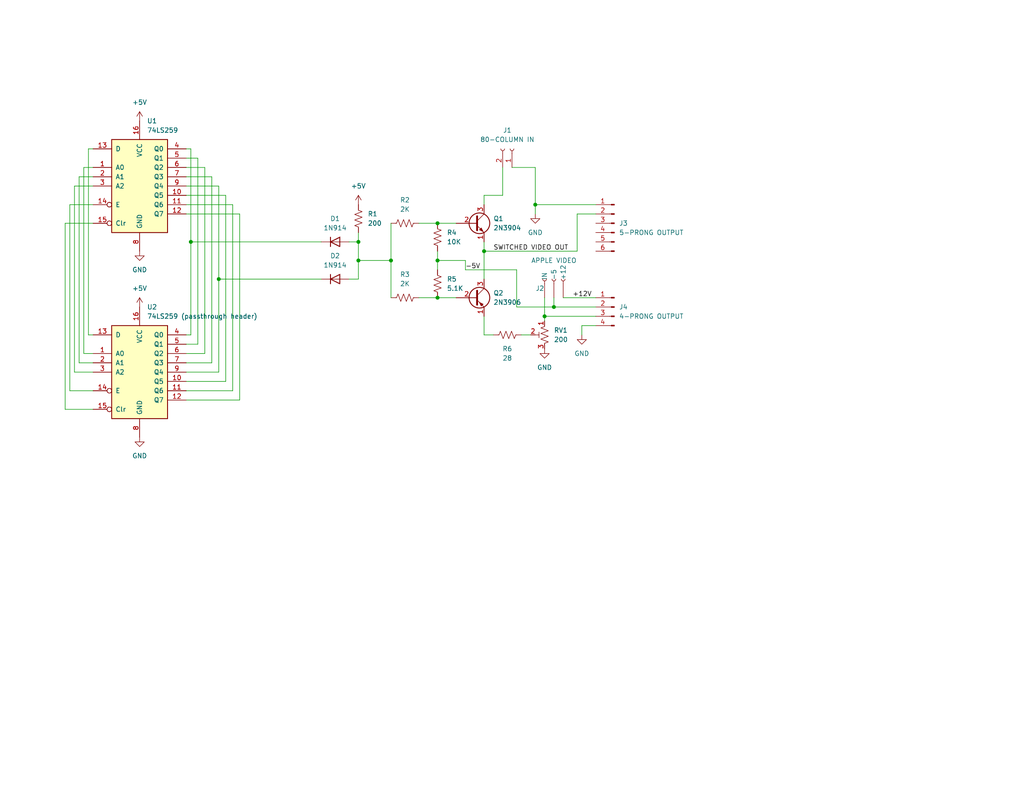
<source format=kicad_sch>
(kicad_sch (version 20211123) (generator eeschema)
  (paper "USLetter")
  (lib_symbols
    (symbol "74xx:74LS259" (pin_names (offset 1.016))
      (property "Reference" "U" (at -7.62 13.97 0))
      (property "Value" "74LS259" (at -7.62 -13.97 0))
      (symbol "74LS259_1_0"
        (pin input line (at -12.7 5.08 0) (length 5.08) (name "A0") (number "1"))
        (pin output line (at 12.7 -2.54 180) (length 5.08) (name "Q5") (number "10"))
        (pin output line (at 12.7 -5.08 180) (length 5.08) (name "Q6") (number "11"))
        (pin output line (at 12.7 -7.62 180) (length 5.08) (name "Q7") (number "12"))
        (pin input line (at -12.7 10.16 0) (length 5.08) (name "D") (number "13"))
        (pin input inverted (at -12.7 -5.08 0) (length 5.08) (name "E") (number "14"))
        (pin input inverted (at -12.7 -10.16 0) (length 5.08) (name "Clr") (number "15"))
        (pin power_in line (at 0 17.78 270) (length 5.08) (name "VCC") (number "16"))
        (pin input line (at -12.7 2.54 0) (length 5.08) (name "A1") (number "2"))
        (pin input line (at -12.7 0 0) (length 5.08) (name "A2") (number "3"))
        (pin output line (at 12.7 10.16 180) (length 5.08) (name "Q0") (number "4"))
        (pin output line (at 12.7 7.62 180) (length 5.08) (name "Q1") (number "5"))
        (pin output line (at 12.7 5.08 180) (length 5.08) (name "Q2") (number "6"))
        (pin output line (at 12.7 2.54 180) (length 5.08) (name "Q3") (number "7"))
        (pin power_in line (at 0 -17.78 90) (length 5.08) (name "GND") (number "8"))
        (pin output line (at 12.7 0 180) (length 5.08) (name "Q4") (number "9"))
      )
      (symbol "74LS259_1_1"
        (rectangle (start -7.62 12.7) (end 7.62 -12.7) (stroke (width 0.254)) (fill (type background)))
      )
    )
    (symbol "Connector:Conn_01x02_Female" (pin_names (offset 1.016) hide)
      (property "Reference" "J" (at 0 2.54 0))
      (property "Value" "Conn_01x02_Female" (at 0 -5.08 0))
      (symbol "Conn_01x02_Female_1_1"
        (arc (start 0 -2.032) (mid -0.508 -2.54) (end 0 -3.048) (stroke (width 0.1524)))
        (polyline (pts (xy -1.27 -2.54) (xy -0.508 -2.54)) (stroke (width 0.1524)))
        (polyline (pts (xy -1.27 0) (xy -0.508 0)) (stroke (width 0.1524)))
        (arc (start 0 0.508) (mid -0.508 0) (end 0 -0.508) (stroke (width 0.1524)))
        (pin passive line (at -5.08 0 0) (length 3.81) (name "Pin_1") (number "1"))
        (pin passive line (at -5.08 -2.54 0) (length 3.81) (name "Pin_2") (number "2"))
      )
    )
    (symbol "Connector:Conn_01x03_Female" (pin_numbers hide) (pin_names (offset 1.016))
      (property "Reference" "J2" (at 0 5.08 90))
      (property "Value" "APPLE VIDEO IN" (at 0 2.54 90))
      (symbol "Conn_01x03_Female_1_1"
        (arc (start 0 -2.032) (mid -0.508 -2.54) (end 0 -3.048) (stroke (width 0.1524)))
        (polyline (pts (xy -1.27 -2.54) (xy -0.508 -2.54)) (stroke (width 0.1524)))
        (polyline (pts (xy -1.27 0) (xy -0.508 0)) (stroke (width 0.1524)))
        (polyline (pts (xy -1.27 2.54) (xy -0.508 2.54)) (stroke (width 0.1524)))
        (arc (start 0 0.508) (mid -0.508 0) (end 0 -0.508) (stroke (width 0.1524)))
        (arc (start 0 3.048) (mid -0.508 2.54) (end 0 2.032) (stroke (width 0.1524)))
        (pin passive line (at -5.08 2.54 0) (length 3.81) (name "IN") (number "1"))
        (pin passive line (at -5.08 0 0) (length 3.81) (name "-5") (number "2"))
        (pin passive line (at -5.08 -2.54 0) (length 3.81) (name "+12") (number "3"))
      )
    )
    (symbol "Connector:Conn_01x04_Male" (pin_names (offset 1.016) hide)
      (property "Reference" "J" (at 0 5.08 0))
      (property "Value" "Conn_01x04_Male" (at 0 -7.62 0))
      (symbol "Conn_01x04_Male_1_1"
        (polyline (pts (xy 1.27 -5.08) (xy 0.8636 -5.08)) (stroke (width 0.1524)))
        (polyline (pts (xy 1.27 -2.54) (xy 0.8636 -2.54)) (stroke (width 0.1524)))
        (polyline (pts (xy 1.27 0) (xy 0.8636 0)) (stroke (width 0.1524)))
        (polyline (pts (xy 1.27 2.54) (xy 0.8636 2.54)) (stroke (width 0.1524)))
        (rectangle (start 0.8636 -4.953) (end 0 -5.207) (stroke (width 0.1524)) (fill (type outline)))
        (rectangle (start 0.8636 -2.413) (end 0 -2.667) (stroke (width 0.1524)) (fill (type outline)))
        (rectangle (start 0.8636 0.127) (end 0 -0.127) (stroke (width 0.1524)) (fill (type outline)))
        (rectangle (start 0.8636 2.667) (end 0 2.413) (stroke (width 0.1524)) (fill (type outline)))
        (pin passive line (at 5.08 2.54 180) (length 3.81) (name "Pin_1") (number "1"))
        (pin passive line (at 5.08 0 180) (length 3.81) (name "Pin_2") (number "2"))
        (pin passive line (at 5.08 -2.54 180) (length 3.81) (name "Pin_3") (number "3"))
        (pin passive line (at 5.08 -5.08 180) (length 3.81) (name "Pin_4") (number "4"))
      )
    )
    (symbol "Connector:Conn_01x06_Male" (pin_names (offset 1.016) hide)
      (property "Reference" "J" (at 0 7.62 0))
      (property "Value" "Conn_01x06_Male" (at 0 -10.16 0))
      (symbol "Conn_01x06_Male_1_1"
        (polyline (pts (xy 1.27 -7.62) (xy 0.8636 -7.62)) (stroke (width 0.1524)))
        (polyline (pts (xy 1.27 -5.08) (xy 0.8636 -5.08)) (stroke (width 0.1524)))
        (polyline (pts (xy 1.27 -2.54) (xy 0.8636 -2.54)) (stroke (width 0.1524)))
        (polyline (pts (xy 1.27 0) (xy 0.8636 0)) (stroke (width 0.1524)))
        (polyline (pts (xy 1.27 2.54) (xy 0.8636 2.54)) (stroke (width 0.1524)))
        (polyline (pts (xy 1.27 5.08) (xy 0.8636 5.08)) (stroke (width 0.1524)))
        (rectangle (start 0.8636 -7.493) (end 0 -7.747) (stroke (width 0.1524)) (fill (type outline)))
        (rectangle (start 0.8636 -4.953) (end 0 -5.207) (stroke (width 0.1524)) (fill (type outline)))
        (rectangle (start 0.8636 -2.413) (end 0 -2.667) (stroke (width 0.1524)) (fill (type outline)))
        (rectangle (start 0.8636 0.127) (end 0 -0.127) (stroke (width 0.1524)) (fill (type outline)))
        (rectangle (start 0.8636 2.667) (end 0 2.413) (stroke (width 0.1524)) (fill (type outline)))
        (rectangle (start 0.8636 5.207) (end 0 4.953) (stroke (width 0.1524)) (fill (type outline)))
        (pin passive line (at 5.08 5.08 180) (length 3.81) (name "Pin_1") (number "1"))
        (pin passive line (at 5.08 2.54 180) (length 3.81) (name "Pin_2") (number "2"))
        (pin passive line (at 5.08 0 180) (length 3.81) (name "Pin_3") (number "3"))
        (pin passive line (at 5.08 -2.54 180) (length 3.81) (name "Pin_4") (number "4"))
        (pin passive line (at 5.08 -5.08 180) (length 3.81) (name "Pin_5") (number "5"))
        (pin passive line (at 5.08 -7.62 180) (length 3.81) (name "Pin_6") (number "6"))
      )
    )
    (symbol "Device:R_Potentiometer_Trim_US" (pin_names (offset 1.016) hide)
      (property "Reference" "RV" (at -4.445 0 90))
      (property "Value" "R_Potentiometer_Trim_US" (at -2.54 0 90))
      (symbol "R_Potentiometer_Trim_US_0_1"
        (polyline (pts (xy 0 -2.286) (xy 0 -2.54)))
        (polyline (pts (xy 0 2.286) (xy 0 2.54)))
        (polyline (pts (xy 1.524 0.762) (xy 1.524 -0.762)))
        (polyline (pts (xy 2.54 0) (xy 1.524 0)))
        (polyline (pts (xy 0 -0.762) (xy 1.016 -1.143) (xy 0 -1.524) (xy -1.016 -1.905) (xy 0 -2.286)))
        (polyline (pts (xy 0 0.762) (xy 1.016 0.381) (xy 0 0) (xy -1.016 -0.381) (xy 0 -0.762)))
        (polyline (pts (xy 0 2.286) (xy 1.016 1.905) (xy 0 1.524) (xy -1.016 1.143) (xy 0 0.762)))
      )
      (symbol "R_Potentiometer_Trim_US_1_1"
        (pin passive line (at 0 3.81 270) (length 1.27) (name "1") (number "1"))
        (pin passive line (at 3.81 0 180) (length 1.27) (name "2") (number "2"))
        (pin passive line (at 0 -3.81 90) (length 1.27) (name "3") (number "3"))
      )
    )
    (symbol "Device:R_US" (pin_numbers hide) (pin_names (offset 0))
      (property "Reference" "R" (at 2.54 0 90))
      (property "Value" "R_US" (at -2.54 0 90))
      (symbol "R_US_0_1"
        (polyline (pts (xy 0 -2.286) (xy 0 -2.54)))
        (polyline (pts (xy 0 2.286) (xy 0 2.54)))
        (polyline (pts (xy 0 -0.762) (xy 1.016 -1.143) (xy 0 -1.524) (xy -1.016 -1.905) (xy 0 -2.286)))
        (polyline (pts (xy 0 0.762) (xy 1.016 0.381) (xy 0 0) (xy -1.016 -0.381) (xy 0 -0.762)))
        (polyline (pts (xy 0 2.286) (xy 1.016 1.905) (xy 0 1.524) (xy -1.016 1.143) (xy 0 0.762)))
      )
      (symbol "R_US_1_1"
        (pin passive line (at 0 3.81 270) (length 1.27) (name "~") (number "1"))
        (pin passive line (at 0 -3.81 90) (length 1.27) (name "~") (number "2"))
      )
    )
    (symbol "Diode:1N914" (pin_numbers hide) (pin_names (offset 1.016) hide)
      (property "Reference" "D" (at 0 2.54 0))
      (property "Value" "1N914" (at 0 -2.54 0))
      (symbol "1N914_0_1"
        (polyline (pts (xy -1.27 1.27) (xy -1.27 -1.27)) (stroke (width 0.254)))
        (polyline (pts (xy 1.27 0) (xy -1.27 0)))
        (polyline (pts (xy 1.27 1.27) (xy 1.27 -1.27) (xy -1.27 0) (xy 1.27 1.27)) (stroke (width 0.254)))
      )
      (symbol "1N914_1_1"
        (pin passive line (at -3.81 0 0) (length 2.54) (name "K") (number "1"))
        (pin passive line (at 3.81 0 180) (length 2.54) (name "A") (number "2"))
      )
    )
    (symbol "Transistor_BJT:2N3904" (pin_names (offset 0) hide)
      (property "Reference" "Q" (at 5.08 1.905 0))
      (property "Value" "2N3904" (at 5.08 0 0))
      (symbol "2N3904_0_1"
        (polyline (pts (xy 0.635 0.635) (xy 2.54 2.54)))
        (polyline (pts (xy 0.635 -0.635) (xy 2.54 -2.54) (xy 2.54 -2.54)))
        (polyline (pts (xy 0.635 1.905) (xy 0.635 -1.905) (xy 0.635 -1.905)) (stroke (width 0.508)))
        (polyline (pts (xy 1.27 -1.778) (xy 1.778 -1.27) (xy 2.286 -2.286) (xy 1.27 -1.778) (xy 1.27 -1.778)) (fill (type outline)))
        (circle (center 1.27 0) (radius 2.8194) (stroke (width 0.254)))
      )
      (symbol "2N3904_1_1"
        (pin passive line (at 2.54 -5.08 90) (length 2.54) (name "E") (number "1"))
        (pin passive line (at -5.08 0 0) (length 5.715) (name "B") (number "2"))
        (pin passive line (at 2.54 5.08 270) (length 2.54) (name "C") (number "3"))
      )
    )
    (symbol "Transistor_BJT:2N3906" (pin_names (offset 0) hide)
      (property "Reference" "Q" (at 5.08 1.905 0))
      (property "Value" "2N3906" (at 5.08 0 0))
      (symbol "2N3906_0_1"
        (polyline (pts (xy 0.635 0.635) (xy 2.54 2.54)))
        (polyline (pts (xy 0.635 -0.635) (xy 2.54 -2.54) (xy 2.54 -2.54)))
        (polyline (pts (xy 0.635 1.905) (xy 0.635 -1.905) (xy 0.635 -1.905)) (stroke (width 0.508)))
        (polyline (pts (xy 2.286 -1.778) (xy 1.778 -2.286) (xy 1.27 -1.27) (xy 2.286 -1.778) (xy 2.286 -1.778)) (fill (type outline)))
        (circle (center 1.27 0) (radius 2.8194) (stroke (width 0.254)))
      )
      (symbol "2N3906_1_1"
        (pin passive line (at 2.54 -5.08 90) (length 2.54) (name "E") (number "1"))
        (pin input line (at -5.08 0 0) (length 5.715) (name "B") (number "2"))
        (pin passive line (at 2.54 5.08 270) (length 2.54) (name "C") (number "3"))
      )
    )
    (symbol "power:+5V" (power) (pin_names (offset 0))
      (property "Value" "+5V" (at 0 3.556 0))
      (symbol "+5V_0_1"
        (polyline (pts (xy -0.762 1.27) (xy 0 2.54)))
        (polyline (pts (xy 0 0) (xy 0 2.54)))
        (polyline (pts (xy 0 2.54) (xy 0.762 1.27)))
      )
      (symbol "+5V_1_1"
        (pin power_in line (at 0 0 90) (length 0) hide (name "+5V") (number "1"))
      )
    )
    (symbol "power:GND" (power) (pin_names (offset 0))
      (property "Value" "GND" (at 0 -3.81 0))
      (symbol "GND_0_1"
        (polyline (pts (xy 0 0) (xy 0 -1.27) (xy 1.27 -1.27) (xy 0 -2.54) (xy -1.27 -1.27) (xy 0 -1.27)))
      )
      (symbol "GND_1_1"
        (pin power_in line (at 0 0 270) (length 0) hide (name "GND") (number "1"))
      )
    )
  )
  (junction (at 132.08 68.58))
  (junction (at 119.38 81.28))
  (junction (at 106.68 71.12))
  (junction (at 97.79 71.12))
  (junction (at 146.05 55.88))
  (junction (at 59.69 76.2))
  (junction (at 148.59 86.36))
  (junction (at 119.38 60.96))
  (junction (at 52.07 66.04))
  (junction (at 119.38 71.12))
  (junction (at 151.13 83.82))
  (junction (at 97.79 66.04))
  (wire (pts (xy 25.4 99.06) (xy 21.59 99.06)))
  (wire (pts (xy 97.79 66.04) (xy 97.79 71.12)))
  (wire (pts (xy 55.88 45.72) (xy 50.8 45.72)))
  (wire (pts (xy 50.8 101.6) (xy 59.69 101.6)))
  (wire (pts (xy 61.595 104.14) (xy 50.8 104.14)))
  (wire (pts (xy 127 73.66) (xy 127 71.12)))
  (wire (pts (xy 137.16 45.72) (xy 137.16 53.34)))
  (wire (pts (xy 95.25 66.04) (xy 97.79 66.04)))
  (wire (pts (xy 106.68 60.96) (xy 106.68 71.12)))
  (wire (pts (xy 50.8 53.34) (xy 61.595 53.34)))
  (wire (pts (xy 140.97 83.82) (xy 140.97 73.66)))
  (wire (pts (xy 106.68 71.12) (xy 106.68 81.28)))
  (wire (pts (xy 119.38 81.28) (xy 124.46 81.28)))
  (wire (pts (xy 19.05 55.88) (xy 25.4 55.88)))
  (wire (pts (xy 57.785 99.06) (xy 50.8 99.06)))
  (wire (pts (xy 158.75 88.9) (xy 158.75 91.44)))
  (wire (pts (xy 17.78 111.76) (xy 25.4 111.76)))
  (wire (pts (xy 22.86 96.52) (xy 25.4 96.52)))
  (wire (pts (xy 57.785 48.26) (xy 57.785 99.06)))
  (wire (pts (xy 153.67 81.28) (xy 162.56 81.28)))
  (wire (pts (xy 61.595 53.34) (xy 61.595 104.14)))
  (wire (pts (xy 151.13 81.28) (xy 151.13 83.82)))
  (wire (pts (xy 132.08 68.58) (xy 157.48 68.58)))
  (wire (pts (xy 25.4 60.96) (xy 17.78 60.96)))
  (wire (pts (xy 50.8 106.68) (xy 63.5 106.68)))
  (wire (pts (xy 140.97 73.66) (xy 127 73.66)))
  (wire (pts (xy 25.4 45.72) (xy 22.86 45.72)))
  (wire (pts (xy 53.975 93.98) (xy 53.975 43.18)))
  (wire (pts (xy 127 71.12) (xy 119.38 71.12)))
  (wire (pts (xy 106.68 71.12) (xy 97.79 71.12)))
  (wire (pts (xy 59.69 76.2) (xy 59.69 50.8)))
  (wire (pts (xy 52.07 40.64) (xy 50.8 40.64)))
  (wire (pts (xy 52.07 66.04) (xy 52.07 40.64)))
  (wire (pts (xy 59.69 50.8) (xy 50.8 50.8)))
  (wire (pts (xy 97.79 76.2) (xy 97.79 71.12)))
  (wire (pts (xy 63.5 55.88) (xy 50.8 55.88)))
  (wire (pts (xy 119.38 60.96) (xy 124.46 60.96)))
  (wire (pts (xy 157.48 68.58) (xy 157.48 58.42)))
  (wire (pts (xy 25.4 50.8) (xy 20.32 50.8)))
  (wire (pts (xy 139.7 45.72) (xy 146.05 45.72)))
  (wire (pts (xy 22.86 45.72) (xy 22.86 96.52)))
  (wire (pts (xy 52.07 91.44) (xy 52.07 66.04)))
  (wire (pts (xy 148.59 86.36) (xy 148.59 87.63)))
  (wire (pts (xy 132.08 53.34) (xy 132.08 55.88)))
  (wire (pts (xy 25.4 40.64) (xy 24.13 40.64)))
  (wire (pts (xy 53.975 43.18) (xy 50.8 43.18)))
  (wire (pts (xy 97.79 63.5) (xy 97.79 66.04)))
  (wire (pts (xy 144.78 91.44) (xy 142.24 91.44)))
  (wire (pts (xy 146.05 45.72) (xy 146.05 55.88)))
  (wire (pts (xy 114.3 81.28) (xy 119.38 81.28)))
  (wire (pts (xy 21.59 48.26) (xy 25.4 48.26)))
  (wire (pts (xy 24.13 91.44) (xy 25.4 91.44)))
  (wire (pts (xy 50.8 93.98) (xy 53.975 93.98)))
  (wire (pts (xy 63.5 106.68) (xy 63.5 55.88)))
  (wire (pts (xy 65.405 109.22) (xy 50.8 109.22)))
  (wire (pts (xy 119.38 71.12) (xy 119.38 68.58)))
  (wire (pts (xy 132.08 68.58) (xy 132.08 76.2)))
  (wire (pts (xy 157.48 58.42) (xy 162.56 58.42)))
  (wire (pts (xy 59.69 101.6) (xy 59.69 76.2)))
  (wire (pts (xy 95.25 76.2) (xy 97.79 76.2)))
  (wire (pts (xy 17.78 60.96) (xy 17.78 111.76)))
  (wire (pts (xy 21.59 99.06) (xy 21.59 48.26)))
  (wire (pts (xy 162.56 83.82) (xy 151.13 83.82)))
  (wire (pts (xy 52.07 66.04) (xy 87.63 66.04)))
  (wire (pts (xy 132.08 66.04) (xy 132.08 68.58)))
  (wire (pts (xy 148.59 86.36) (xy 162.56 86.36)))
  (wire (pts (xy 55.88 96.52) (xy 55.88 45.72)))
  (wire (pts (xy 132.08 91.44) (xy 132.08 86.36)))
  (wire (pts (xy 148.59 81.28) (xy 148.59 86.36)))
  (wire (pts (xy 137.16 53.34) (xy 132.08 53.34)))
  (wire (pts (xy 50.8 91.44) (xy 52.07 91.44)))
  (wire (pts (xy 134.62 91.44) (xy 132.08 91.44)))
  (wire (pts (xy 151.13 83.82) (xy 140.97 83.82)))
  (wire (pts (xy 146.05 55.88) (xy 162.56 55.88)))
  (wire (pts (xy 50.8 96.52) (xy 55.88 96.52)))
  (wire (pts (xy 25.4 106.68) (xy 19.05 106.68)))
  (wire (pts (xy 50.8 58.42) (xy 65.405 58.42)))
  (wire (pts (xy 50.8 48.26) (xy 57.785 48.26)))
  (wire (pts (xy 114.3 60.96) (xy 119.38 60.96)))
  (wire (pts (xy 19.05 106.68) (xy 19.05 55.88)))
  (wire (pts (xy 146.05 58.42) (xy 146.05 55.88)))
  (wire (pts (xy 20.32 101.6) (xy 25.4 101.6)))
  (wire (pts (xy 24.13 40.64) (xy 24.13 91.44)))
  (wire (pts (xy 158.75 88.9) (xy 162.56 88.9)))
  (wire (pts (xy 119.38 73.66) (xy 119.38 71.12)))
  (wire (pts (xy 59.69 76.2) (xy 87.63 76.2)))
  (wire (pts (xy 65.405 58.42) (xy 65.405 109.22)))
  (wire (pts (xy 20.32 50.8) (xy 20.32 101.6)))
  (label "-5V" (at 127 73.66 0))
  (label "SWITCHED VIDEO OUT" (at 134.62 68.58 0))
  (label "+12V" (at 156.21 81.28 0))
  (symbol (lib_id "Connector:Conn_01x06_Male") (at 167.64 60.96 0) (mirror y) (unit 1)
    (property "Reference" "J3" (at 168.91 60.9599 0) (effects (justify right)))
    (property "Value" "5-PRONG OUTPUT" (at 168.91 63.4999 0) (effects (justify right)))
    (property "Footprint" "Connector_PinHeader_2.54mm:PinHeader_1x06_P2.54mm_Vertical" (effects hide))
  )
  (symbol (lib_id "Device:R_US") (at 119.38 77.47 0) (unit 1)
    (property "Reference" "R5" (at 121.92 76.1999 0) (effects (justify left)))
    (property "Value" "5.1K" (at 121.92 78.7399 0) (effects (justify left)))
    (property "Footprint" "Resistor_THT:R_Axial_DIN0207_L6.3mm_D2.5mm_P10.16mm_Horizontal" (effects hide))
  )
  (symbol (lib_id "power:GND") (at 38.1 119.38 0) (mirror y) (unit 1)
    (property "Reference" "#PWR0104" (effects hide))
    (property "Value" "GND" (at 38.1 124.46 0))
  )
  (symbol (lib_id "Connector:Conn_01x03_Female") (at 151.13 76.2 90) (unit 1)
    (property "Reference" "J2" (at 147.32 78.74 90))
    (property "Value" "APPLE VIDEO" (at 151.13 71.12 90))
    (property "Footprint" "Connector_PinHeader_2.54mm:PinHeader_1x03_P2.54mm_Vertical" (effects hide))
  )
  (symbol (lib_id "Diode:1N914") (at 91.44 66.04 0) (unit 1)
    (property "Reference" "D1" (at 91.44 59.69 0))
    (property "Value" "1N914" (at 91.44 62.23 0))
    (property "Footprint" "Diode_THT:D_DO-35_SOD27_P10.16mm_Horizontal" (effects hide))
    (property "Datasheet" "http://www.vishay.com/docs/85622/1n914.pdf" (effects hide))
  )
  (symbol (lib_id "Device:R_US") (at 97.79 59.69 180) (unit 1)
    (property "Reference" "R1" (at 100.33 58.4199 0) (effects (justify right)))
    (property "Value" "200" (at 100.33 60.9599 0) (effects (justify right)))
    (property "Footprint" "Resistor_THT:R_Axial_DIN0207_L6.3mm_D2.5mm_P10.16mm_Horizontal" (effects hide))
  )
  (symbol (lib_id "Device:R_US") (at 110.49 60.96 90) (unit 1)
    (property "Reference" "R2" (at 110.49 54.61 90))
    (property "Value" "2K" (at 110.49 57.15 90))
    (property "Footprint" "Resistor_THT:R_Axial_DIN0207_L6.3mm_D2.5mm_P10.16mm_Horizontal" (effects hide))
  )
  (symbol (lib_id "Device:R_US") (at 110.49 81.28 90) (unit 1)
    (property "Reference" "R3" (at 110.49 74.93 90))
    (property "Value" "2K" (at 110.49 77.47 90))
    (property "Footprint" "Resistor_THT:R_Axial_DIN0207_L6.3mm_D2.5mm_P10.16mm_Horizontal" (effects hide))
  )
  (symbol (lib_id "Device:R_Potentiometer_Trim_US") (at 148.59 91.44 0) (mirror y) (unit 1)
    (property "Reference" "RV1" (at 151.13 90.1699 0) (effects (justify right)))
    (property "Value" "200" (at 151.13 92.7099 0) (effects (justify right)))
    (property "Footprint" "Potentiometer_THT:Potentiometer_Bourns_3339H_Vertical" (effects hide))
  )
  (symbol (lib_id "Transistor_BJT:2N3906") (at 129.54 81.28 0) (unit 1)
    (property "Reference" "Q2" (at 134.62 80.0099 0) (effects (justify left)))
    (property "Value" "2N3906" (at 134.62 82.5499 0) (effects (justify left)))
    (property "Footprint" "MyTransistor:TO-92_oldstyle" (effects hide))
    (property "Datasheet" "https://www.onsemi.com/pub/Collateral/2N3906-D.PDF" (effects hide))
  )
  (symbol (lib_id "Diode:1N914") (at 91.44 76.2 0) (unit 1)
    (property "Reference" "D2" (at 91.44 69.85 0))
    (property "Value" "1N914" (at 91.44 72.39 0))
    (property "Footprint" "Diode_THT:D_DO-35_SOD27_P10.16mm_Horizontal" (effects hide))
    (property "Datasheet" "http://www.vishay.com/docs/85622/1n914.pdf" (effects hide))
  )
  (symbol (lib_id "74xx:74LS259") (at 38.1 101.6 0) (unit 1)
    (property "Reference" "U2" (at 40.1194 83.82 0) (effects (justify left)))
    (property "Value" "74LS259 (passthrough header)" (at 40.1194 86.36 0) (effects (justify left)))
    (property "Footprint" "Package_DIP:DIP-16_W7.62mm" (effects hide))
    (property "Datasheet" "http://www.ti.com/lit/gpn/sn74LS259" (effects hide))
  )
  (symbol (lib_id "Connector:Conn_01x02_Female") (at 139.7 40.64 270) (mirror x) (unit 1)
    (property "Reference" "J1" (at 138.43 35.56 90))
    (property "Value" "80-COLUMN IN" (at 138.43 38.1 90))
    (property "Footprint" "Connector_PinHeader_2.54mm:PinHeader_1x02_P2.54mm_Vertical" (effects hide))
  )
  (symbol (lib_id "74xx:74LS259") (at 38.1 50.8 0) (unit 1)
    (property "Reference" "U1" (at 40.1194 33.02 0) (effects (justify left)))
    (property "Value" "74LS259" (at 40.1194 35.56 0) (effects (justify left)))
    (property "Footprint" "Package_DIP:DIP-16_W7.62mm_Socket" (effects hide))
    (property "Datasheet" "http://www.ti.com/lit/gpn/sn74LS259" (effects hide))
  )
  (symbol (lib_id "power:GND") (at 38.1 68.58 0) (mirror y) (unit 1)
    (property "Reference" "#PWR0103" (effects hide))
    (property "Value" "GND" (at 38.1 73.66 0))
  )
  (symbol (lib_id "power:GND") (at 158.75 91.44 0) (mirror y) (unit 1)
    (property "Reference" "#PWR0107" (effects hide))
    (property "Value" "GND" (at 158.75 96.52 0))
  )
  (symbol (lib_id "power:+5V") (at 38.1 83.82 0) (unit 1)
    (property "Reference" "#PWR0102" (effects hide))
    (property "Value" "+5V" (at 38.1 78.74 0))
  )
  (symbol (lib_id "power:GND") (at 146.05 58.42 0) (unit 1)
    (property "Reference" "#PWR0106" (effects hide))
    (property "Value" "GND" (at 146.05 63.5 0))
  )
  (symbol (lib_id "Device:R_US") (at 138.43 91.44 270) (unit 1)
    (property "Reference" "R6" (at 138.43 95.25 90))
    (property "Value" "28" (at 138.43 97.79 90))
    (property "Footprint" "Resistor_THT:R_Axial_DIN0207_L6.3mm_D2.5mm_P10.16mm_Horizontal" (effects hide))
  )
  (symbol (lib_id "power:+5V") (at 97.79 55.88 0) (unit 1)
    (property "Reference" "#PWR0101" (effects hide))
    (property "Value" "+5V" (at 97.79 50.8 0))
  )
  (symbol (lib_id "Transistor_BJT:2N3904") (at 129.54 60.96 0) (unit 1)
    (property "Reference" "Q1" (at 134.62 59.6899 0) (effects (justify left)))
    (property "Value" "2N3904" (at 134.62 62.2299 0) (effects (justify left)))
    (property "Footprint" "MyTransistor:TO-92_oldstyle" (effects hide))
    (property "Datasheet" "https://www.onsemi.com/pub/Collateral/2N3903-D.PDF" (effects hide))
  )
  (symbol (lib_id "Device:R_US") (at 119.38 64.77 0) (unit 1)
    (property "Reference" "R4" (at 121.92 63.4999 0) (effects (justify left)))
    (property "Value" "10K" (at 121.92 66.0399 0) (effects (justify left)))
    (property "Footprint" "Resistor_THT:R_Axial_DIN0207_L6.3mm_D2.5mm_P10.16mm_Horizontal" (effects hide))
  )
  (symbol (lib_id "power:GND") (at 148.59 95.25 0) (unit 1)
    (property "Reference" "#PWR0108" (effects hide))
    (property "Value" "GND" (at 148.59 100.33 0))
  )
  (symbol (lib_id "power:+5V") (at 38.1 33.02 0) (unit 1)
    (property "Reference" "#PWR0105" (effects hide))
    (property "Value" "+5V" (at 38.1 27.94 0))
  )
  (symbol (lib_id "Connector:Conn_01x04_Male") (at 167.64 83.82 0) (mirror y) (unit 1)
    (property "Reference" "J4" (at 168.91 83.8199 0) (effects (justify right)))
    (property "Value" "4-PRONG OUTPUT" (at 168.91 86.3599 0) (effects (justify right)))
    (property "Footprint" "Connector_PinHeader_2.54mm:PinHeader_1x04_P2.54mm_Vertical" (effects hide))
  )
)
</source>
